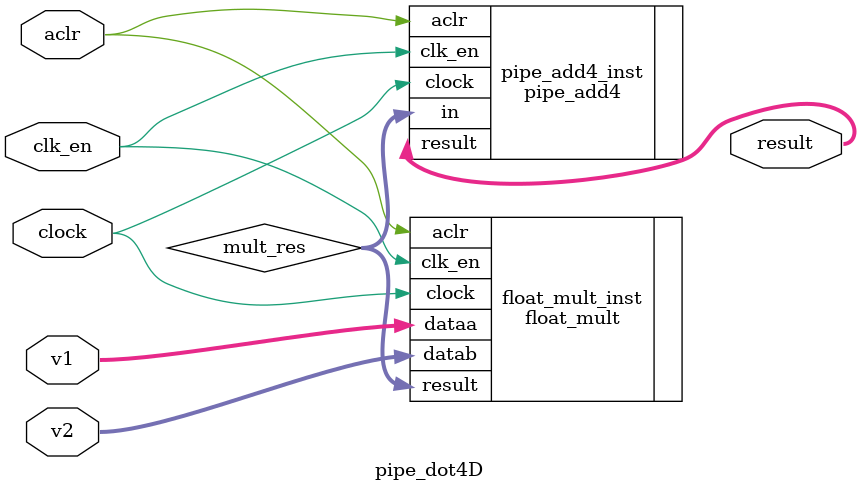
<source format=v>

module pipe_dot4D(aclr, clk_en, clock, v1, v2, result);
	input aclr, clk_en, clock;
	input wire [31:0] v1, v2;
	output wire [31:0] result;
	wire [31:0] mult_res;
	float_mult float_mult_inst(
		.aclr(aclr),
		.clk_en(clk_en),
		.clock(clock),
		.dataa(v1),
		.datab(v2),
		.result(mult_res));
	pipe_add4 pipe_add4_inst(
		.aclr(aclr),
		.clk_en(clk_en),
		.clock(clock),
		.in(mult_res),
		.result(result));
endmodule
</source>
